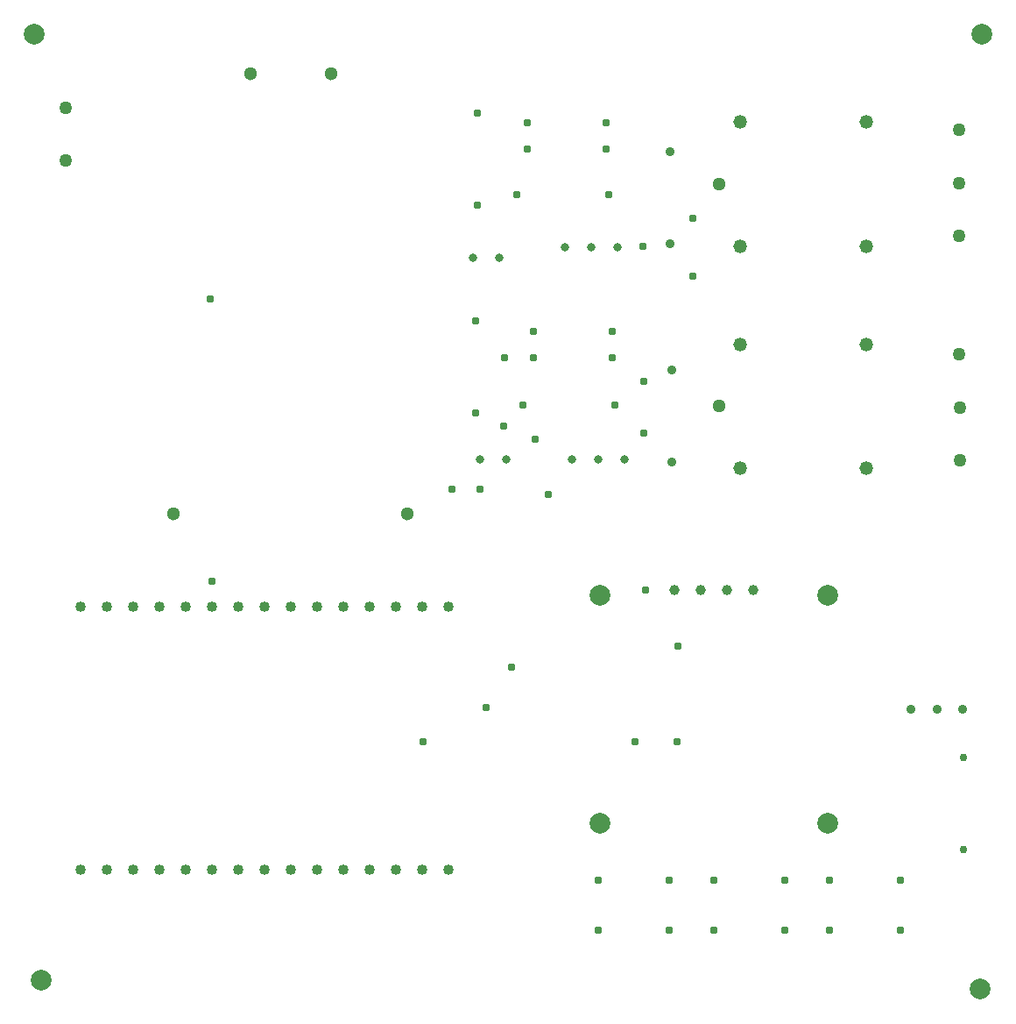
<source format=gbr>
%TF.GenerationSoftware,Altium Limited,Altium Designer,23.10.1 (27)*%
G04 Layer_Color=0*
%FSLAX26Y26*%
%MOIN*%
%TF.SameCoordinates,68AA919C-6303-421A-99F6-747A19599157*%
%TF.FilePolarity,Positive*%
%TF.FileFunction,Plated,1,2,PTH,Drill*%
%TF.Part,Single*%
G01*
G75*
%TA.AperFunction,ComponentDrill*%
%ADD76C,0.031000*%
%ADD77C,0.040157*%
%TA.AperFunction,OtherDrill,Pad Free-28 (815mil,2755mil)*%
%ADD78C,0.031000*%
%TA.AperFunction,OtherDrill,Pad Free-27 (820mil,1680mil)*%
%ADD79C,0.031000*%
%TA.AperFunction,OtherDrill,Pad Free-26 (2430mil,1070mil)*%
%ADD80C,0.031000*%
%TA.AperFunction,OtherDrill,Pad Free-25 (1625mil,1070mil)*%
%ADD81C,0.031000*%
%TA.AperFunction,OtherDrill,Pad Free-24 (1960mil,1355mil)*%
%ADD82C,0.031000*%
%TA.AperFunction,OtherDrill,Pad Free-23 (1840mil,2030mil)*%
%ADD83C,0.031000*%
%TA.AperFunction,OtherDrill,Pad Free-22 (1735mil,2030mil)*%
%ADD84C,0.031000*%
%TA.AperFunction,OtherDrill,Pad Free-21 (1865mil,1200mil)*%
%ADD85C,0.031000*%
%TA.AperFunction,ComponentDrill*%
%ADD86C,0.032000*%
%TA.AperFunction,OtherDrill,Pad Free-20 (1930mil,2270mil)*%
%ADD87C,0.031000*%
%TA.AperFunction,OtherDrill,Pad Free-19 (1935mil,2530mil)*%
%ADD88C,0.031000*%
%TA.AperFunction,ComponentDrill*%
%ADD89C,0.039370*%
%ADD90C,0.078740*%
%TA.AperFunction,OtherDrill,Pad Free-18 (2100mil,2010mil)*%
%ADD91C,0.031000*%
%TA.AperFunction,OtherDrill,Pad Free-17 (2050mil,2220mil)*%
%ADD92C,0.031000*%
%TA.AperFunction,ComponentDrill*%
%ADD93C,0.035000*%
%TA.AperFunction,OtherDrill,Pad Free-16 (2650mil,3060mil)*%
%ADD94C,0.031000*%
%TA.AperFunction,OtherDrill,Pad Free-15 (2650mil,2840mil)*%
%ADD95C,0.031000*%
%TA.AperFunction,OtherDrill,Pad Free-14 (2465mil,2245mil)*%
%ADD96C,0.031000*%
%TA.AperFunction,OtherDrill,Pad Free-13 (2460mil,2955mil)*%
%ADD97C,0.031000*%
%TA.AperFunction,OtherDrill,Pad Free-12 (2465mil,2440mil)*%
%ADD98C,0.031000*%
%TA.AperFunction,OtherDrill,Pad Free-11 (2468.878mil,1648.878mil)*%
%ADD99C,0.031000*%
%TA.AperFunction,OtherDrill,Pad Free-10 (2595mil,1435mil)*%
%ADD100C,0.031000*%
%TA.AperFunction,OtherDrill,Pad Free-9 (2590mil,1070mil)*%
%ADD101C,0.031000*%
%TA.AperFunction,ComponentDrill*%
%ADD102C,0.051968*%
%ADD103C,0.050787*%
%ADD104C,0.036000*%
%ADD105C,0.031000*%
%ADD106C,0.050000*%
%ADD107C,0.051181*%
%TA.AperFunction,OtherDrill,Pad Free-7 (170mil,165mil)*%
%ADD108C,0.078740*%
%TA.AperFunction,OtherDrill,Pad Free-7 (145mil,3760mil)*%
%ADD109C,0.078740*%
%TA.AperFunction,OtherDrill,Pad Free-8 (3750mil,3760mil)*%
%ADD110C,0.078740*%
%TA.AperFunction,OtherDrill,Pad Free-7 (3745mil,130mil)*%
%ADD111C,0.078740*%
%TA.AperFunction,ViaDrill,NotFilled*%
%ADD112C,0.030000*%
%ADD113C,0.028000*%
D76*
X2289000Y355000D02*
D03*
X2560000Y543000D02*
D03*
Y355000D02*
D03*
X2289000Y543000D02*
D03*
X3169000Y355000D02*
D03*
X3440000Y543000D02*
D03*
Y355000D02*
D03*
X3169000Y543000D02*
D03*
X2729000D02*
D03*
X3000000Y355000D02*
D03*
Y543000D02*
D03*
X2729000Y355000D02*
D03*
X2320000Y3425000D02*
D03*
Y3325000D02*
D03*
X2020000D02*
D03*
Y3425000D02*
D03*
X2045000Y2630000D02*
D03*
Y2530000D02*
D03*
X2345000D02*
D03*
Y2630000D02*
D03*
X2005000Y2350000D02*
D03*
X2355000D02*
D03*
X1980000Y3150000D02*
D03*
X2330000D02*
D03*
D77*
X1720826Y1585000D02*
D03*
X1620826D02*
D03*
X1520826D02*
D03*
X1420826D02*
D03*
X1320826D02*
D03*
X1220826D02*
D03*
X1120826D02*
D03*
X1020826D02*
D03*
X920826D02*
D03*
X820826D02*
D03*
X720826D02*
D03*
X620826D02*
D03*
X520826D02*
D03*
X420826D02*
D03*
X320826D02*
D03*
X1720826Y585000D02*
D03*
X1620826D02*
D03*
X1520826D02*
D03*
X1420826D02*
D03*
X1320826D02*
D03*
X1220826D02*
D03*
X1120826D02*
D03*
X1020826D02*
D03*
X920826D02*
D03*
X820826D02*
D03*
X720826D02*
D03*
X620826D02*
D03*
X520826D02*
D03*
X420826D02*
D03*
X320826D02*
D03*
D78*
X815000Y2755000D02*
D03*
D79*
X820000Y1680000D02*
D03*
D80*
X2430000Y1070000D02*
D03*
D81*
X1625000D02*
D03*
D82*
X1960000Y1355000D02*
D03*
D83*
X1840000Y2030000D02*
D03*
D84*
X1735000D02*
D03*
D85*
X1865000Y1200000D02*
D03*
D86*
X1840000Y2145000D02*
D03*
X1940000D02*
D03*
X2190000D02*
D03*
X2290000D02*
D03*
X2390000D02*
D03*
X2165000Y2950000D02*
D03*
X2265000D02*
D03*
X2365000D02*
D03*
X1915000Y2910000D02*
D03*
X1815000D02*
D03*
D87*
X1930000Y2270000D02*
D03*
D88*
X1935000Y2530000D02*
D03*
D89*
X2580000Y1647756D02*
D03*
X2680000D02*
D03*
X2780000D02*
D03*
X2880000D02*
D03*
D90*
X2296930Y1628070D02*
D03*
X3163070D02*
D03*
Y761930D02*
D03*
X2296930D02*
D03*
D91*
X2100000Y2010000D02*
D03*
D92*
X2050000Y2220000D02*
D03*
D93*
X2565000Y2965000D02*
D03*
Y3315000D02*
D03*
X2570000Y2135000D02*
D03*
Y2485000D02*
D03*
D94*
X2650000Y3060000D02*
D03*
D95*
Y2840000D02*
D03*
D96*
X2465000Y2245000D02*
D03*
D97*
X2460000Y2955000D02*
D03*
D98*
X2465000Y2440000D02*
D03*
D99*
X2468878Y1648878D02*
D03*
D100*
X2595000Y1435000D02*
D03*
D101*
X2590000Y1070000D02*
D03*
D102*
X3310158Y2582440D02*
D03*
Y2110000D02*
D03*
X2829842D02*
D03*
Y2582440D02*
D03*
Y3426220D02*
D03*
Y2953780D02*
D03*
X3310158D02*
D03*
Y3426220D02*
D03*
D103*
X2751102Y2346220D02*
D03*
Y3190000D02*
D03*
D104*
X3479000Y1195000D02*
D03*
X3580000D02*
D03*
X3678000D02*
D03*
D105*
X1830000Y3460000D02*
D03*
Y3110000D02*
D03*
X1825000Y2320000D02*
D03*
Y2670000D02*
D03*
D106*
X265000Y3280000D02*
D03*
Y3480000D02*
D03*
X3665000Y2545000D02*
D03*
X3667620Y2142380D02*
D03*
Y2342380D02*
D03*
X3662380Y3397620D02*
D03*
X3665000Y2995000D02*
D03*
Y3195000D02*
D03*
D107*
X675118Y1938386D02*
D03*
X1564882D02*
D03*
X966456Y3611614D02*
D03*
X1273544D02*
D03*
D108*
X170000Y165000D02*
D03*
D109*
X145000Y3760000D02*
D03*
D110*
X3750000D02*
D03*
D111*
X3745000Y130000D02*
D03*
D112*
X3680000Y660000D02*
D03*
Y1010000D02*
D03*
D113*
Y660000D02*
D03*
D03*
%TF.MD5,2ce3640366dc2fcce5e436322fd1154e*%
M02*

</source>
